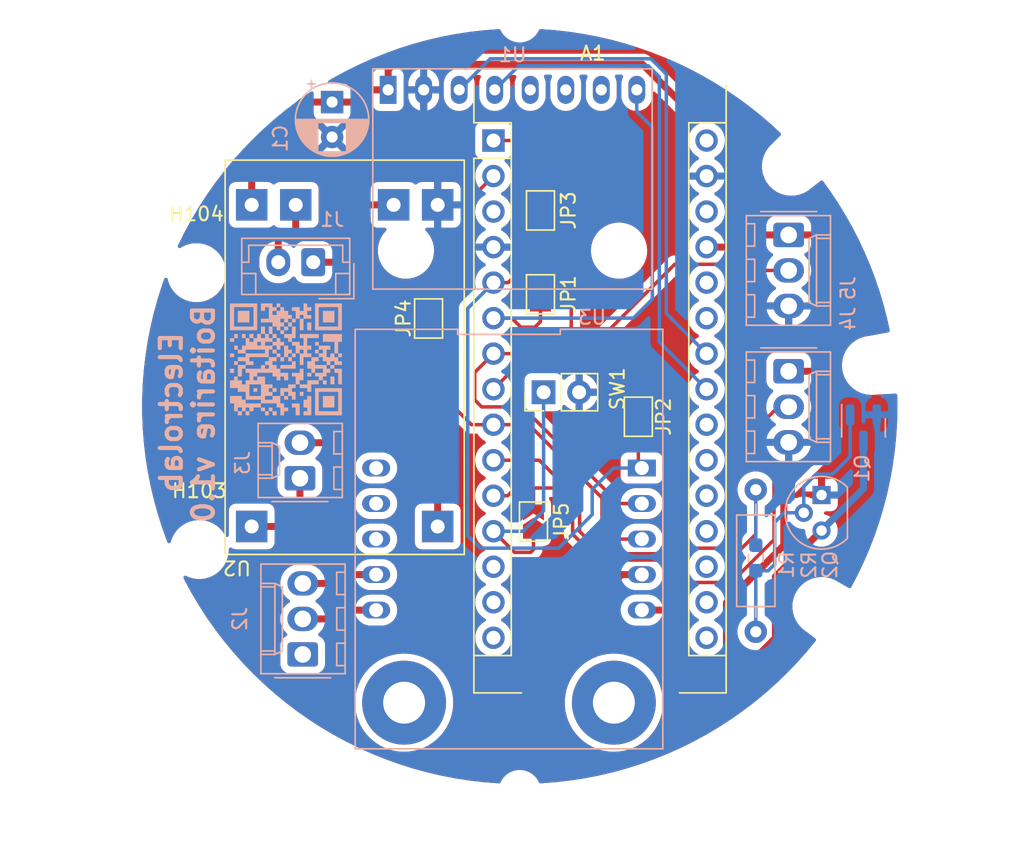
<source format=kicad_pcb>
(kicad_pcb (version 20210606) (generator pcbnew)

  (general
    (thickness 1.6)
  )

  (paper "A4")
  (layers
    (0 "F.Cu" signal)
    (31 "B.Cu" signal)
    (32 "B.Adhes" user "B.Adhesive")
    (33 "F.Adhes" user "F.Adhesive")
    (34 "B.Paste" user)
    (35 "F.Paste" user)
    (36 "B.SilkS" user "B.Silkscreen")
    (37 "F.SilkS" user "F.Silkscreen")
    (38 "B.Mask" user)
    (39 "F.Mask" user)
    (40 "Dwgs.User" user "User.Drawings")
    (41 "Cmts.User" user "User.Comments")
    (42 "Eco1.User" user "User.Eco1")
    (43 "Eco2.User" user "User.Eco2")
    (44 "Edge.Cuts" user)
    (45 "Margin" user)
    (46 "B.CrtYd" user "B.Courtyard")
    (47 "F.CrtYd" user "F.Courtyard")
    (48 "B.Fab" user)
    (49 "F.Fab" user)
    (50 "User.1" user)
    (51 "User.2" user)
    (52 "User.3" user)
    (53 "User.4" user)
    (54 "User.5" user)
    (55 "User.6" user)
    (56 "User.7" user)
    (57 "User.8" user)
    (58 "User.9" user)
  )

  (setup
    (stackup
      (layer "F.SilkS" (type "Top Silk Screen"))
      (layer "F.Paste" (type "Top Solder Paste"))
      (layer "F.Mask" (type "Top Solder Mask") (color "Green") (thickness 0.01))
      (layer "F.Cu" (type "copper") (thickness 0.035))
      (layer "dielectric 1" (type "core") (thickness 1.51) (material "FR4") (epsilon_r 4.5) (loss_tangent 0.02))
      (layer "B.Cu" (type "copper") (thickness 0.035))
      (layer "B.Mask" (type "Bottom Solder Mask") (color "Green") (thickness 0.01))
      (layer "B.Paste" (type "Bottom Solder Paste"))
      (layer "B.SilkS" (type "Bottom Silk Screen"))
      (copper_finish "None")
      (dielectric_constraints no)
    )
    (pad_to_mask_clearance 0)
    (pcbplotparams
      (layerselection 0x00010fc_ffffffff)
      (disableapertmacros false)
      (usegerberextensions false)
      (usegerberattributes true)
      (usegerberadvancedattributes true)
      (creategerberjobfile true)
      (svguseinch false)
      (svgprecision 6)
      (excludeedgelayer true)
      (plotframeref false)
      (viasonmask false)
      (mode 1)
      (useauxorigin false)
      (hpglpennumber 1)
      (hpglpenspeed 20)
      (hpglpendiameter 15.000000)
      (dxfpolygonmode true)
      (dxfimperialunits true)
      (dxfusepcbnewfont true)
      (psnegative false)
      (psa4output false)
      (plotreference true)
      (plotvalue true)
      (plotinvisibletext false)
      (sketchpadsonfab false)
      (subtractmaskfromsilk false)
      (outputformat 1)
      (mirror false)
      (drillshape 1)
      (scaleselection 1)
      (outputdirectory "")
    )
  )

  (net 0 "")
  (net 1 "Net-(A1-Pad1)")
  (net 2 "unconnected-(A1-Pad17)")
  (net 3 "Net-(A1-Pad2)")
  (net 4 "unconnected-(A1-Pad18)")
  (net 5 "unconnected-(A1-Pad3)")
  (net 6 "unconnected-(A1-Pad19)")
  (net 7 "GND")
  (net 8 "unconnected-(A1-Pad20)")
  (net 9 "/BUSY")
  (net 10 "unconnected-(A1-Pad21)")
  (net 11 "/INT")
  (net 12 "unconnected-(A1-Pad22)")
  (net 13 "/TX")
  (net 14 "/SDA")
  (net 15 "/CAP_SENSOR_2")
  (net 16 "/SCL")
  (net 17 "/RX")
  (net 18 "unconnected-(A1-Pad25)")
  (net 19 "/GND_AUDIO_SW")
  (net 20 "unconnected-(A1-Pad26)")
  (net 21 "/CAP_SENSOR_1")
  (net 22 "VCC")
  (net 23 "/SENSOR_POSITION")
  (net 24 "unconnected-(A1-Pad28)")
  (net 25 "unconnected-(A1-Pad13)")
  (net 26 "unconnected-(A1-Pad14)")
  (net 27 "unconnected-(A1-Pad30)")
  (net 28 "unconnected-(A1-Pad15)")
  (net 29 "unconnected-(A1-Pad16)")
  (net 30 "-BATT")
  (net 31 "+BATT")
  (net 32 "/SP-")
  (net 33 "/SP+")
  (net 34 "+5V")
  (net 35 "GNDPWR")
  (net 36 "/GND_AUDIO")
  (net 37 "unconnected-(U1-Pad5)")
  (net 38 "unconnected-(U1-Pad6)")
  (net 39 "unconnected-(U1-Pad7)")
  (net 40 "unconnected-(U3-Pad8)")
  (net 41 "unconnected-(U3-Pad9)")
  (net 42 "unconnected-(U3-Pad10)")
  (net 43 "unconnected-(U3-PadS1)")
  (net 44 "unconnected-(U3-PadS2)")
  (net 45 "Net-(Q1-Pad1)")
  (net 46 "unconnected-(J2-Pad1)")

  (footprint "boitarire_lib:HW-107" (layer "F.Cu") (at 151.5 65 180))

  (footprint "MountingHole:MountingHole_3.2mm_M3" (layer "F.Cu") (at 141.1 79))

  (footprint "Jumper:SolderJumper-2_P1.3mm_Open_TrianglePad1.0x1.5mm" (layer "F.Cu") (at 172.5 69.5 -90))

  (footprint "Jumper:SolderJumper-2_P1.3mm_Open_TrianglePad1.0x1.5mm" (layer "F.Cu") (at 165.5 60.75 90))

  (footprint "Jumper:SolderJumper-2_P1.3mm_Open_TrianglePad1.0x1.5mm" (layer "F.Cu") (at 165.5 54.75 90))

  (footprint "Jumper:SolderJumper-2_P1.3mm_Open_TrianglePad1.0x1.5mm" (layer "F.Cu") (at 165 77 90))

  (footprint "Jumper:SolderJumper-2_P1.3mm_Open_TrianglePad1.0x1.5mm" (layer "F.Cu") (at 157.5 62.475 90))

  (footprint "Connector_PinHeader_2.54mm:PinHeader_1x02_P2.54mm_Vertical" (layer "F.Cu") (at 165.725 67.75 90))

  (footprint "MountingHole:MountingHole_3.2mm_M3" (layer "F.Cu") (at 140.9 59.2))

  (footprint "Module:Arduino_Nano" (layer "F.Cu") (at 162.14 49.75))

  (footprint "boitarire_lib:GY-521" (layer "B.Cu") (at 163.5 46.125))

  (footprint "Connector_Molex:Molex_KK-254_AE-6410-03A_1x03_P2.54mm_Vertical" (layer "B.Cu") (at 183.25 66.25 -90))

  (footprint "Connector_Molex:Molex_KK-254_AE-6410-02A_1x02_P2.54mm_Vertical" (layer "B.Cu") (at 148.3 73.9 90))

  (footprint "Connector_JST:JST_EH_B2B-EH-A_1x02_P2.50mm_Vertical" (layer "B.Cu") (at 149.25 58.45 180))

  (footprint "Connector_Molex:Molex_KK-254_AE-6410-03A_1x03_P2.54mm_Vertical" (layer "B.Cu") (at 148.5 86.5 90))

  (footprint "Package_TO_SOT_THT:TO-92" (layer "B.Cu") (at 185.6 75.1 -90))

  (footprint "Resistor_SMD:R_0603_1608Metric_Pad0.98x0.95mm_HandSolder" (layer "B.Cu") (at 180.9 79.6 -90))

  (footprint "Connector_Molex:Molex_KK-254_AE-6410-03A_1x03_P2.54mm_Vertical" (layer "B.Cu") (at 183.25 56.5 -90))

  (footprint "Capacitor_THT:CP_Radial_D5.0mm_P2.50mm" (layer "B.Cu") (at 150.6 47 -90))

  (footprint "boitarire_lib:DFR0534" (layer "B.Cu") (at 163.25 78.25 -90))

  (footprint "Resistor_THT:R_Axial_DIN0207_L6.3mm_D2.5mm_P10.16mm_Horizontal" (layer "B.Cu") (at 180.9 74.72 -90))

  (footprint "Package_TO_SOT_SMD:SOT-23" (layer "B.Cu") (at 188.6 70.3 -90))

  (footprint "boitarire_lib:qr-code" (layer "B.Cu") (at 147.3 65.4 180))

  (gr_arc (start 164.0209 68.750001) (end 191.10244 63.852031) (angle -27.6648) (layer "Edge.Cuts") (width 0.00031) (tstamp 0771535b-5e86-4820-a6e9-12e0016d9075))
  (gr_arc (start 164.0209 68.750001) (end 187.854698 82.51045) (angle -33) (layer "Edge.Cuts") (width 0.00031) (tstamp 0c9379ea-c660-497b-a63d-914c7c3edee0))
  (gr_arc (start 164.0209 96.270901) (end 165.021494 96.252705) (angle -177.9162) (layer "Edge.Cuts") (width 0.00031) (tstamp 3224ca41-21c1-43e1-9fdd-31ee0670b277))
  (gr_line (start 189.254863 67.427547) (end 191.504071 67.309668) (layer "Edge.Cuts") (width 0.00031) (tstamp 36124aea-a0f0-4a18-a1d3-eb3d7aa0deea))
  (gr_arc (start 164.0209 68.750001) (end 163.020305 41.247297) (angle -175.8328) (layer "Edge.Cuts") (width 0.00031) (tstamp 395de218-b1e2-4bfb-a2b8-e4eaa5460b5a))
  (gr_line (start 187.854699 82.510451) (end 186.425114 81.685124) (layer "Edge.Cuts") (width 0.00031) (tstamp 396d5c09-c203-4f99-81ca-2ef2a4db8c95))
  (gr_arc (start 164.0209 41.229101) (end 163.020306 41.247301) (angle -177.9162) (layer "Edge.Cuts") (width 0.00031) (tstamp 42bb9491-1967-4af9-be51-e73edb8e701c))
  (gr_line (start 185.975873 85.344503) (end 184.659073 84.349147) (layer "Edge.Cuts") (width 0.00031) (tstamp 5315bde5-6382-4849-bdc8-6c92071d596d))
  (gr_arc (start 183.446151 51.589269) (end 182.313921 50.457039) (angle -172.9165) (layer "Edge.Cuts") (width 0.00031) (tstamp 6ec839df-198a-41d7-9889-ee4857330a6d))
  (gr_line (start 185.732388 51.838058) (end 184.430099 52.852429) (layer "Edge.Cuts") (width 0.00031) (tstamp 77c7fcbe-b62f-4cf2-88b4-ea755ad1d9e1))
  (gr_arc (start 189.170999 65.828523) (end 188.886018 64.252871) (angle -172.748) (layer "Edge.Cuts") (width 0.00031) (tstamp 82c68b7e-f877-4350-a173-5c449792fff7))
  (gr_arc (start 164.0209 68.750001) (end 183.481115 49.289786) (angle -42.9164) (layer "Edge.Cuts") (width 0.00031) (tstamp a4db611b-69a8-42c2-ae0d-0ec9a6aaee95))
  (gr_line (start 182.313892 50.457009) (end 183.481078 49.289823) (layer "Edge.Cuts") (width 0.00031) (tstamp bda276b9-5982-457c-b67e-1e157359b412))
  (gr_line (start 188.886083 64.252876) (end 191.102466 63.852012) (layer "Edge.Cuts") (width 0.00031) (tstamp c5770c9c-f953-4ae1-b872-33b9a0d2ae8d))
  (gr_arc (start 164.0209 68.750001) (end 165.021495 96.252705) (angle -50.8329) (layer "Edge.Cuts") (width 0.00031) (tstamp d5d2f683-6a06-4d29-ac46-041cfd766c19))
  (gr_arc (start 185.624506 83.071777) (end 186.425114 81.685083) (angle -172.916) (layer "Edge.Cuts") (width 0.00031) (tstamp fc114ddc-b8c4-4547-b7eb-a5e5101ba8a8))
  (gr_text "Electrolab" (at 139.1 69.2 90) (layer "B.SilkS") (tstamp 278fe4ee-820f-43c7-98d8-16da8c7b9a48)
    (effects (font (size 1.5 1.5) (thickness 0.3)) (justify mirror))
  )
  (gr_text "Boitarire v1.0" (at 141.4 69.3 -270) (layer "B.SilkS") (tstamp a0e2e1b1-52e3-4bf3-8b1e-c60b62b615be)
    (effects (font (size 1.5 1.5) (thickness 0.3)) (justify mirror))
  )

  (segment (start 165.5 51.1) (end 164.15 49.75) (width 0.25) (layer "F.Cu") (net 1) (tstamp 57c13a52-aaf8-4b76-89cf-06026b679688))
  (segment (start 164.15 49.75) (end 162.14 49.75) (width 0.25) (layer "F.Cu") (net 1) (tstamp 862f08b7-0f46-4efa-974d-f80c33dbca6e))
  (segment (start 165.5 54.025) (end 165.5 51.1) (width 0.25) (layer "F.Cu") (net 1) (tstamp c6c4a031-6182-4c64-aa66-a67993c43034))
  (segment (start 160.1 54.33) (end 162.14 52.29) (width 0.25) (layer "F.Cu") (net 3) (tstamp 0f2ccad9-e699-49f0-bc40-53277732aa90))
  (segment (start 157.5 60.5) (end 160.1 57.9) (width 0.25) (layer "F.Cu") (net 3) (tstamp 2cb29135-e8a2-4b08-89cd-2f31876aed39))
  (segment (start 160.1 57.9) (end 160.1 54.33) (width 0.25) (layer "F.Cu") (net 3) (tstamp 3b0d2cd4-97d6-46cf-a781-12347f18ee90))
  (segment (start 157.5 61.75) (end 157.5 60.5) (width 0.25) (layer "F.Cu") (net 3) (tstamp 779db477-d577-48ba-bd55-2178aefc5e16))
  (segment (start 165.5 60.025) (end 165.5 58.5) (width 0.25) (layer "F.Cu") (net 9) (tstamp 065dc92b-f004-45d3-b53b-e8064470db48))
  (segment (start 163.19 59.91) (end 162.14 59.91) (width 0.25) (layer "F.Cu") (net 9) (tstamp 55173f7a-6b9a-4877-8ad3-ce477d3a10c0))
  (segment (start 172.5 72.92) (end 172.75 73.17) (width 0.25) (layer "F.Cu") (net 9) (tstamp 56bb2100-e65f-4553-8203-d8025676d120))
  (segment (start 163.5 59.6) (end 163.19 59.91) (width 0.25) (layer "F.Cu") (net 9) (tstamp 7f7cde0e-ce6f-4ba5-a63d-3ab5aec6bd4d))
  (segment (start 165.2 58.2) (end 163.9 58.2) (width 0.25) (layer "F.Cu") (net 9) (tstamp b539e521-bf0e-4470-86bc-16ab0cbad67d))
  (segment (start 165.5 58.5) (end 165.2 58.2) (width 0.25) (layer "F.Cu") (net 9) (tstamp bb44fe3e-7dfd-40c7-833d-290d5ea38f62))
  (segment (start 172.5 70.225) (end 172.5 72.92) (width 0.25) (layer "F.Cu") (net 9) (tstamp ce784b1e-769e-4be0-a409-c0209f93f5a6))
  (segment (start 163.9 58.2) (end 163.5 58.6) (width 0.25) (layer "F.Cu") (net 9) (tstamp d7dd6b40-c6fd-4b1e-8cd2-f861de028501))
  (segment (start 163.5 58.6) (end 163.5 59.6) (width 0.25) (layer "F.Cu") (net 9) (tstamp e54a7c8d-de81-40ba-bb01-0b5c4918415c))
  (segment (start 170.73 73.17) (end 172.75 73.17) (width 0.25) (layer "B.Cu") (net 9) (tstamp 30136584-2238-4ce6-b094-44fc47af23ed))
  (segment (start 161.2 78.9) (end 166.8 78.9) (width 0.25) (layer "B.Cu") (net 9) (tstamp 4c00cbf0-5a6f-4edc-9543-4bc0bbf6b2b6))
  (segment (start 169.2 76.5) (end 169.2 74.7) (width 0.25) (layer "B.Cu") (net 9) (tstamp 4dca56f9-7a3b-456b-9865-8ec42cace1a4))
  (segment (start 166.8 78.9) (end 169.2 76.5) (width 0.25) (layer "B.Cu") (net 9) (tstamp a854b223-738f-43a7-a5c8-b5f750cf40fb))
  (segment (start 169.2 74.7) (end 170.73 73.17) (width 0.25) (layer "B.Cu") (net 9) (tstamp aa3ea5ee-bd3a-4241-ad25-5e288deb3d6b))
  (segment (start 162.14 59.91) (end 160.3 61.75) (width 0.25) (layer "B.Cu") (net 9) (tstamp affd43e6-fb37-4814-9c31-bb300f43db47))
  (segment (start 160.3 61.75) (end 160.3 78) (width 0.25) (layer "B.Cu") (net 9) (tstamp cd1d6fb9-8a88-4a01-a974-386780784198))
  (segment (start 160.3 78) (end 161.2 78.9) (width 0.25) (layer "B.Cu") (net 9) (tstamp da7c607e-81ba-4a73-9828-f8e1932f56b4))
  (segment (start 165.5 62.7) (end 165.1 63.1) (width 0.25) (layer "F.Cu") (net 11) (tstamp 1e012710-c1a4-46c8-b704-8008034fecb3))
  (segment (start 163.45 62.45) (end 162.14 62.45) (width 0.25) (layer "F.Cu") (net 11) (tstamp 441a1bfc-3a90-4db3-9ca2-acaf7910690f))
  (segment (start 165.5 61.475) (end 165.5 62.7) (width 0.25) (layer "F.Cu") (net 11) (tstamp 67f169d9-914d-44b4-af3c-6ffb85557a3e))
  (segment (start 164.1 63.1) (end 163.45 62.45) (width 0.25) (layer "F.Cu") (net 11) (tstamp 7b297671-5e54-4763-8cbe-ba1fa1d8edce))
  (segment (start 165.1 63.1) (end 164.1 63.1) (width 0.25) (layer "F.Cu") (net 11) (tstamp 966d2020-e145-4fd3-9d48-eef9fe6bd357))
  (segment (start 173.5 61.1) (end 172.15 62.45) (width 0.25) (layer "B.Cu") (net 11) (tstamp 59bd45b0-2f1a-4678-a8e3-b144573cc1fe))
  (segment (start 173.5 48.8) (end 173.5 61.1) (width 0.25) (layer "B.Cu") (net 11) (tstamp 74f11ede-740d-44cf-bdd0-4d01c7b27443))
  (segment (start 172.39 47.69) (end 173.5 48.8) (width 0.25) (layer "B.Cu") (net 11) (tstamp 94abd6fb-8b7e-424a-8aa7-b59a1d269419))
  (segment (start 172.39 46.125) (end 172.39 47.69) (width 0.25) (layer "B.Cu") (net 11) (tstamp c5f8351f-65d4-4e94-bd13-8476c83b8479))
  (segment (start 172.15 62.45) (end 162.14 62.45) (width 0.25) (layer "B.Cu") (net 11) (tstamp fd8ff827-d8ab-4f0a-a2db-0035a574ea84))
  (segment (start 165.81 64.99) (end 162.14 64.99) (width 0.25) (layer "F.Cu") (net 13) (tstamp 002ddc8a-2dcd-47e5-bac6-ff419e906c3e))
  (segment (start 171.11 75.71) (end 164.8 69.4) (width 0.25) (layer "F.Cu") (net 13) (tstamp 0b923e47-3f29-4ae2-ad00-3b5133888ac7))
  (segment (start 160.8 66.33) (end 162.14 64.99) (width 0.25) (layer "F.Cu") (net 13) (tstamp 44ccfd1f-92db-4ce3-b598-f9e3351efd52))
  (segment (start 163.6 69.4) (end 163 68.8) (width 0.25) (layer "F.Cu") (net 13) (tstamp 50197276-befb-42f2-aee9-c2976dee3403))
  (segment (start 160.8 68.3) (end 160.8 66.33) (width 0.25) (layer "F.Cu") (net 13) (tstamp 6225685e-6e15-467a-a511-23d66c1791d1))
  (segment (start 164.8 69.4) (end 163.6 69.4) (width 0.25) (layer "F.Cu") (net 13) (tstamp 63de9d62-9f65-43ed-80e5-d27a1bbe424c))
  (segment (start 165.5 57) (end 167.7 59.2) (width 0.25) (layer "F.Cu") (net 13) (tstamp 7b9f1bdf-6a0a-4ad3-b9a9-778178e42909))
  (segment (start 163 68.8) (end 161.3 68.8) (width 0.25) (layer "F.Cu") (net 13) (tstamp 897ed4dd-a862-47c0-ac0d-90daca1acab5))
  (segment (start 165.5 55.475) (end 165.5 57) (width 0.25) (layer "F.Cu") (net 13) (tstamp 99073820-8e6c-4f2a-a494-b1dc8444af55))
  (segment (start 167.7 63.1) (end 165.81 64.99) (width 0.25) (layer "F.Cu") (net 13) (tstamp a5f7530c-a571-47b6-84a2-d00dfb42af9c))
  (segment (start 167.7 59.2) (end 167.7 63.1) (width 0.25) (layer "F.Cu") (net 13) (tstamp a9baa2f4-4424-47a5-bfe3-feb292a13a74))
  (segment (start 172.75 75.71) (end 171.11 75.71) (width 0.25) (layer "F.Cu") (net 13) (tstamp d1b78b01-c3b5-45b8-8dc7-84fc09583e29))
  (segment (start 161.3 68.8) (end 160.8 68.3) (width 0.25) (layer "F.Cu") (net 13) (tstamp d818c73a-f3aa-46a4-857b-00eb8f0ef2a6))
  (segment (start 177.38 67.53) (end 174 64.15) (width 0.25) (layer "B.Cu") (net 14) (tstamp a367b837-9c05-48ef-9036-2c934e8deefd))
  (segment (start 174 64.15) (end 174 45.2) (width 0.25) (layer "B.Cu") (net 14) (tstamp ddad0104-21f0-4e29-85af-4414e34a82dd))
  (segment (start 174 45.2) (end 173.2 44.4) (width 0.25) (layer "B.Cu") (net 14) (tstamp e93177f5-2dce-43e7-a9f2-ec3a958e5ca0))
  (segment (start 163.955 44.4) (end 162.23 46.125) (width 0.25) (layer "B.Cu") (net 14) (tstamp ecdcc377-428c-4024-acaa-bf5f481f5e8e))
  (segment (start 173.2 44.4) (end 163.955 44.4) (width 0.25) (layer "B.Cu") (net 14) (tstamp f051b5f5-8497-4588-93d8-7244b316bcbf))
  (segment (start 179.94 59.04) (end 179.5 58.6) (width 0.25) (layer "F.Cu") (net 15) (tstamp 11814792-5227-45aa-8595-52e8591a2dec))
  (segment (start 175.1 58.6) (end 170.3 63.4) (width 0.25) (layer "F.Cu") (net 15) (tstamp 2b9124f1-50e7-438f-bebf-f19a0355456c))
  (segment (start 163.97 65.7) (end 162.14 67.53) (width 0.25) (layer "F.Cu") (net 15) (tstamp 31cdb422-7f8c-473d-b055-f5144bef0800))
  (segment (start 179.5 58.6) (end 175.1 58.6) (width 0.25) (layer "F.Cu") (net 15) (tstamp 3bf1cc53-7c7f-46c9-b819-78eaee2c4234))
  (segment (start 172.5 68.775) (end 172.5 66.3) (width 0.25) (layer "F.Cu") (net 15) (tstamp 42f6d15a-8720-469e-b170-0879acfa1f43))
  (segment (start 166.3 65.7) (end 163.97 65.7) (width 0.25) (layer "F.Cu") (net 15) (tstamp 51db83d9-f4cc-4a7d-8b90-61b2baf044ab))
  (segment (start 171.2 65) (end 170.3 65) (width 0.25) (layer "F.Cu") (net 15) (tstamp 54482451-9f5d-4900-978a-b7fb3b040d86))
  (segment (start 167 65) (end 166.3 65.7) (width 0.25) (layer "F.Cu") (net 15) (tstamp 6567149e-9f08-4e52-a43a-bf9df007c96d))
  (segment (start 170.3 63.4) (end 170.3 65) (width 0.25) (layer "F.Cu") (net 15) (tstamp a335e5bb-0b65-425c-b88b-69987733e1f7))
  (segment (start 172.5 66.3) (end 171.2 65) (width 0.25) (layer "F.Cu") (net 15) (tstamp c814891f-b5c3-42f6-a49b-71665c07e531))
  (segment (start 170.3 65) (end 167 65) (width 0.25) (layer "F.Cu") (net 15) (tstamp df12b927-051e-4d40-bcb4-58d42fc2f897))
  (segment (start 183.25 59.04) (end 179.94 59.04) (width 0.25) (layer "F.Cu") (net 15) (tstamp e74e96a4-5094-426c-9640-3a489662762e))
  (segment (start 174.5 45) (end 173.4 43.9) (width 0.25) (layer "B.Cu") (net 16) (tstamp 099b495b-eb72-4208-b491-c50c4f449fd0))
  (segment (start 173.4 43.9) (end 161.915 43.9) (width 0.25) (layer "B.Cu") (net 16) (tstamp b67a5d25-290a-4252-a9b7-e682b39b21e1))
  (segment (start 177.38 64.99) (end 174.5 62.11) (width 0.25) (layer "B.Cu") (net 16) (tstamp d9a2b80c-dc5f-4760-b55e-fe911d45dbf5))
  (segment (start 161.915 43.9) (end 159.69 46.125) (width 0.25) (layer "B.Cu") (net 16) (tstamp e8848ca5-e769-4140-a08b-05e6d9c77e7d))
  (segment (start 174.5 62.11) (end 174.5 45) (width 0.25) (layer "B.Cu") (net 16) (tstamp f4017f14-3c64-40a7-987f-82c58b56e986))
  (segment (start 160.57 70.07) (end 162.14 70.07) (width 0.25) (layer "F.Cu") (net 17) (tstamp 3e548c9f-29c6-4224-9b83-5da945fef1ef))
  (segment (start 164.67 70.07) (end 169.9 75.3) (width 0.25) (layer "F.Cu") (net 17) (tstamp 3f280ec0-d641-491d-907f-e39d66d6a684))
  (segment (start 157.5 67) (end 160.57 70.07) (width 0.25) (layer "F.Cu") (net 17) (tstamp 823843c5-18d9-4078-a62b-17ccfa0b3021))
  (segment (start 169.9 75.3) (end 169.9 77) (width 0.25) (layer "F.Cu") (net 17) (tstamp 8a71d9fd-00e9-4bfb-a527-4f74d07b573a))
  (segment (start 172.75 78.25) (end 171.15 78.25) (width 0.25) (layer "F.Cu") (net 17) (tstamp 96e7c6e6-5759-45b2-881e-59d86e2f90fb))
  (segment (start 162.14 70.07) (end 164.67 70.07) (width 0.25) (layer "F.Cu") (net 17) (tstamp be06cfd1-c42e-4a17-b753-c672dba54922))
  (segment (start 171.15 78.25) (end 169.9 77) (width 0.25) (layer "F.Cu") (net 17) (tstamp f232608d-a10c-4f4a-a340-b1becc13aa03))
  (segment (start 157.5 63.2) (end 157.5 67) (width 0.25) (layer "F.Cu") (net 17) (tstamp f6ad1a94-a957-4926-b263-b33a2228fc59))
  (segment (start 169.9 79.3) (end 174.9 79.3) (width 0.25) (layer "F.Cu") (net 19) (tstamp 0510ee0c-9be4-4f58-a22c-840098bdf9bd))
  (segment (start 168.3 75.5) (end 168.3 77.7) (width 0.25) (layer "F.Cu") (net 19) (tstamp 1f480e97-79fd-43e6-b991-9f31b262102a))
  (segment (start 165.41 72.61) (end 168.3 75.5) (width 0.25) (layer "F.Cu") (net 19) (tstamp 30439de0-b93d-469e-94ad-e034831fa7a6))
  (segment (start 179.9 78.9) (end 180.9 77.9) (width 0.25) (layer "F.Cu") (net 19) (tstamp 8a3fb9ea-877b-4e3e-abd2-28092dfdc050))
  (segment (start 179.02 78.9) (end 179 78.9) (width 0.25) (layer "F.Cu") (net 19) (tstamp 8b396bb1-810d-4afa-b3c7-842b200d101e))
  (segment (start 180.9 77.9) (end 180.9 74.72) (width 0.25) (layer "F.Cu") (net 19) (tstamp 90b63b83-733c-4c9e-ad70-a8fc2dad650d))
  (segment (start 175.3 78.9) (end 179.02 78.9) (width 0.25) (layer "F.Cu") (net 19) (tstamp c1073856-0b9e-4b90-b70a-1714525486a7))
  (segment (start 174.9 79.3) (end 175.3 78.9) (width 0.25) (layer "F.Cu") (net 19) (tstamp cdce4433-b137-4343-8add-70cb8bc1c25f))
  (segment (start 168.3 77.7) (end 169.9 79.3) (width 0.25) (layer "F.Cu") (net 19) (tstamp d8018cef-db9e-4d1a-a9bb-129bb542e9ce))
  (segment (start 179.02 78.9) (end 179.9 78.9) (width 0.25) (layer "F.Cu") (net 19) (tstamp e037f1f2-7242-45fd-b0d6-4a47d5ec9ca7))
  (segment (start 162.14 72.61) (end 165.41 72.61) (width 0.25) (layer "F.Cu") (net 19) (tstamp e1f5b0f2-1c24-49c3-b6e0-5d2e7450145b))
  (segment (start 180.9 74.72) (end 180.9 78.6875) (width 0.25) (layer "B.Cu") (net 19) (tstamp 6f4acf13-a926-4655-a0a9-1562ec2e41e3))
  (segment (start 167.8 77.9) (end 169.64952 79.74952) (width 0.25) (layer "F.Cu") (net 21) (tstamp 01c54785-c88a-4d3a-acc5-7b71d5ad9ad0))
  (segment (start 163.7 74.6) (end 163.15 75.15) (width 0.25) (layer "F.Cu") (net 21) (tstamp 074c7175-bdd2-4fa4-8e32-7a779c5241f1))
  (segment (start 163.15 75.15) (end 162.14 75.15) (width 0.25) (layer "F.Cu") (net 21) (tstamp 12ccf950-5492-4193-a0eb-957dc51d0514))
  (segment (start 182.2 78.3) (end 182.2 73.1) (width 0.25) (layer "F.Cu") (net 21) (tstamp 2925ec92-c9a8-40d4-b59a-bacd88929ae4))
  (segment (start 174.14952 79.74952) (end 175.754511 81.354511) (width 0.25) (layer "F.Cu") (net 21) (tstamp 560c5d40-8bbc-465f-ae30-3382b1dcfcbf))
  (segment (start 165 76.275) (end 165 74.6) (width 0.25) (layer "F.Cu") (net 21) (tstamp 61b9e027-c8eb-4fd3-8438-975a5c4ae50c))
  (segment (start 175.754511 81.354511) (end 179.145489 81.354511) (width 0.25) (layer "F.Cu") (net 21) (tstamp 6c28ef58-79e0-4e63-a960-53df85c3198b))
  (segment (start 182.51 68.79) (end 183.25 68.79) (width 0.25) (layer "F.Cu") (net 21) (tstamp 6e77c217-c11c-4a97-ac0f-5725779db20c))
  (segment (start 165 74.6) (end 163.7 74.6) (width 0.25) (layer "F.Cu") (net 21) (tstamp 86f53970-0266-4ff5-8ff3-f159d26b5bc0))
  (segment (start 182.2 73.1) (end 181.3 72.2) (width 0.25) (layer "F.Cu") (net 21) (tstamp 88a4e490-b8a5-41e9-8c0b-df994388ad12))
  (segment (start 179.145489 81.354511) (end 182.2 78.3) (width 0.25) (layer "F.Cu") (net 21) (tstamp 90515f17-ce45-4f1e-bc5c-dd5955bbb0cd))
  (segment (start 169.64952 79.74952) (end 174.14952 79.74952) (width 0.25) (layer "F.Cu") (net 21) (tstamp 9131d637-edf7-4ae3-9682-7d62de9906d9))
  (segment (start 181.3 70) (end 182.51 68.79) (width 0.25) (layer "F.Cu") (net 21) (tstamp 99d0fa3e-9007-4a5f-b1a0-347fb43e1b03))
  (segment (start 167.8 75.7) (end 167.8 77.9) (width 0.25) (layer "F.Cu") (net 21) (tstamp b4d84806-bf4f-4214-acfa-f91a70f8fc92))
  (segment (start 181.3 72.2) (end 181.3 70) (width 0.25) (layer "F.Cu") (net 21) (tstamp d24b992e-e4b5-492e-bcad-187e00b28893))
  (segment (start 165 74.6) (end 166.7 74.6) (width 0.25) (layer "F.Cu") (net 21) (tstamp da0d521f-9b8b-41ed-9dc0-981d541d74e4))
  (segment (start 166.7 74.6) (end 167.8 75.7) (width 0.25) (layer "F.Cu") (net 21) (tstamp fd96db98-dbc8-4c29-a9b9-9d7b25386653))
  (segment (start 177.38 57.37) (end 179.63 57.37) (width 0.5) (layer "F.Cu") (net 22) (tstamp 078d9f8d-5bb9-4da5-85a3-5b0087e021c4))
  (segment (start 183.25 56.5) (end 184.9 56.5) (width 0.5) (layer "F.Cu") (net 22) (tstamp 0c1d1e76-0583-44ab-ab6e-ca3773c88dd5))
  (segment (start 148.4 47) (end 150.6 47) (width 0.5) (layer "F.Cu") (net 22) (tstamp 14d21781-cda9-4134-a09f-fff4c2ad7709))
  (segment (start 175.2 84) (end 174.53 83.33) (width 0.5) (layer "F.Cu") (net 22) (tstamp 19690c36-2532-4376-a550-b39530d57476))
  (segment (start 154.61 46.125) (end 154.61 44.69) (width 0.5) (layer "F.Cu") (net 22) (tstamp 1c53abaf-6d77-4fec-9316-5fe65e1c0361))
  (segment (start 178.8 82.8) (end 178.8 86.8) (width 0.5) (layer "F.Cu") (net 22) (tstamp 1f2cdafa-cf71-4bee-81c2-f767786daf9e))
  (segment (start 152.875 46.125) (end 154.61 46.125) (width 0.5) (layer "F.Cu") (net 22) (tstamp 24e997ae-49bd-4c23-b983-b76e46035414))
  (segment (start 144.85 50.55) (end 148.4 47) (width 0.5) (layer "F.Cu") (net 22) (tstamp 25423017-08bf-4449-8c44-0e6e2490b172))
  (segment (start 179.5 54.1) (end 180.5 55.1) (width 0.5) (layer "F.Cu") (net 22) (tstamp 26a139ca-2957-46ff-b7fe-177b77b1322b))
  (segment (start 178.2 87.4) (end 176.5 87.4) (width 0.5) (layer "F.Cu") (net 22) (tstamp 2bc89032-06bb-4114-b42f-6557618de968))
  (segment (start 179.5 49.5) (end 179.5 54.1) (width 0.5) (layer "F.Cu") (net 22) (tstamp 2eda8fb5-2b85-439d-94f9-d958e0bbe5e3))
  (segment (start 174.53 83.33) (end 172.75 83.33) (width 0.5) (layer "F.Cu") (net 22) (tstamp 3308e17e-7b0b-4957-a284-5fbb831c9781))
  (segment (start 183.25 66.25) (end 185.45 66.25) (width 0.5) (layer "F.Cu") (net 22) (tstamp 44828453-df7b-4c08-8fad-ab071dfe78f2))
  (segment (start 178.8 86.8) (end 178.2 87.4) (width 0.5) (layer "F.Cu") (net 22) (tstamp 55df0817-0f6a-400c-9bad-d1865d12c54a))
  (segment (start 176.5 87.4) (end 175.2 86.1) (width 0.5) (layer "F.Cu") (net 22) (tstamp 824d149f-6da8-48d3-a86b-1e504e24a936))
  (segment (start 154.61 44.69) (end 155 44.3) (width 0.5) (layer "F.Cu") (net 22) (tstamp 86648bd8-d3dd-41b4-9e84-913284fa0dab))
  (segment (start 185.5 72.1) (end 183.95 73.65) (width 0.5) (layer "F.Cu") (net 22) (tstamp 8bffa156-b7da-4e4c-b5f9-db16a061be37))
  (segment (start 150.6 47) (end 152 47) (width 0.5) (layer "F.Cu") (net 22) (tstamp 98a3caaf-37a8-430e-8bbf-03708445bc6f))
  (segment (start 184.9 56.5) (end 185.5 57.1) (width 0.5) (layer "F.Cu") (net 22) (tstamp a0e44335-c1cd-4cbe-9b44-525257e4eced))
  (segment (start 176 47.5) (end 177.5 47.5) (width 0.5) (layer "F.Cu") (net 22) (tstamp ab5d2910-460c-4470-ae34-20e4af3638c3))
  (segment (start 155 44.3) (end 172.8 44.3) (width 0.5) (layer "F.Cu") (net 22) (tstamp ae1bd434-e0d7-40c7-894b-1b29c593518c))
  (segment (start 179.3 82.3) (end 178.8 82.8) (width 0.5) (layer "F.Cu") (net 22) (tstamp af6428bc-ac09-4e30-bba4-d8b500b7a741))
  (segment (start 144.85 54.35) (end 144.85 50.55) (width 0.5) (layer "F.Cu") (net 22) (tstamp b2f4b903-d489-4e44-a304-4fd86610e80a))
  (segment (start 182.9 74.7) (end 182.9 78.7) (width 0.5) (layer "F.Cu") (net 22) (tstamp bca6c8ce-edfd-44f8-b029-e875b33b6d85))
  (segment (start 172.8 44.3) (end 176 47.5) (width 0.5) (layer "F.Cu") (net 22) (tstamp bf8e6fb6-dd08-472d-a9d0-756e97fc5f63))
  (segment (start 152 47) (end 152.875 46.125) (width 0.5) (layer "F.Cu") (net 22) (tstamp c94c57c9-0911-4583-9e5f-c2c85028060b))
  (segment (start 182.9 78.7) (end 179.3 82.3) (width 0.5) (layer "F.Cu") (net 22) (tstamp cf8ff3b2-4c1d-40c9-9ccc-d09a288bc483))
  (segment (start 175.2 86.1) (end 175.2 84) (width 0.5) (layer "F.Cu") (net 22) (tstamp d5881b4d-6aac-4ef2-b471-24941ec2dbef))
  (segment (start 180.5 56.5) (end 183.25 56.5) (width 0.5) (layer "F.Cu") (net 22) (tstamp d801af6b-dc11-4f18-a53b-73a7e7511827))
  (segment (start 185.5 66.2) (end 185.5 72.1) (width 0.5) (layer "F.Cu") (net 22) (tstamp dd95a381-08c0-4039-be96-3ddf0cfb213c))
  (segment (start 179.63 57.37) (end 180.5 56.5) (width 0.5) (layer "F.Cu") (net 22) (tstamp dddf2b9f-a002-4bd4-a01b-0ca247bd255e))
  (segment (start 183.95 73.65) (end 182.9 74.7) (width 0.5) (layer "F.Cu") (net 22) (tstamp e3e55455-a785-4cf7-a634-941926e3635f))
  (segment (start 185.45 66.25) (end 185.5 66.2) (width 0.5) (layer "F.Cu") (net 22) (tstamp e88e6e8b-387b-4c93-9fb7-d3923d993f48))
  (segment (start 180.5 55.1) (end 180.5 56.5) (width 0.5) (layer "F.Cu") (net 22) (tstamp f0687548-14dd-41e3-bb9d-4c7f2a93301d))
  (segment (start 177.5 47.5) (end 179.5 49.5) (width 0.5) (layer "F.Cu") (net 22) (tstamp f4d3319b-a6ae-4aa8-9f40-b64915c0450a))
  (segment (start 185.5 57.1) (end 185.5 66.2) (width 0.5) (layer "F.Cu") (net 22) (tstamp f93b5f6c-0a34-4b7a-b137-62ad1d9a7449))
  (segment (start 165 77.725) (end 165 79) (width 0.25) (layer "F.Cu") (net 23) (tstamp 47197d15-ab99-495e-ab32-c75bcd47bef5))
  (segment (start 164.8 79.2) (end 163.65 79.2) (width 0.25) (layer "F.Cu") (net 23) (tstamp 5e320c37-0e6a-4e9d-b089-0db049b98275))
  (segment (start 165 79) (end 164.8 79.2) (width 0.25) (layer "F.Cu") (net 23) (tstamp 66abaf3c-c04b-40a0-9c52-768c910d489e))
  (segment (start 163.65 79.2) (end 162.14 77.69) (width 0.25) (layer "F.Cu") (net 23) (tstamp e85e6118-5fac-416d-8594-66a60d0b0fd2))
  (segment (start 165.725 67.75) (end 165.725 76.225) (width 0.25) (layer "B.Cu") (net 23) (tstamp 47a5eb30-410b-43c4-9345-f5fc55c41cda))
  (segment (start 165.725 76.225) (end 164.26 77.69) (width 0.25) (layer "B.Cu") (net 23) (tstamp 5dc10f71-8f03-4772-97f1-7e485fc7dd90))
  (segment (start 164.26 77.69) (end 162.14 77.69) (width 0.25) (layer "B.Cu") (net 23) (tstamp b12a44a6-9e67-4864-a910-03bbfc697bad))
  (segment (start 152 55.25) (end 152.9 54.35) (width 0.5) (layer "F.Cu") (net 30) (tstamp 3305a80e-a4bf-4056-bc79-3e2bc38b369c))
  (segment (start 151.05 58.45) (end 152 57.5) (width 0.5) (layer "F.Cu") (net 30) (tstamp 3d375ff2-e0a6-4945-8542-d4826a73ff2c))
  (segment (start 152 57.5) (end 152 55.25) (width 0.5) (layer "F.Cu") (net 30) (tstamp ba84bd55-cdfe-4036-be9d-510986c16111))
  (segment (start 149.25 58.45) (end 151.05 58.45) (width 0.5) (layer "F.Cu") (net 30) (tstamp d079615e-89b7-48f9-8591-ebbec5435e49))
  (segment (start 152.9 54.35) (end 155 54.35) (width 0.5) (layer "F.Cu") (net 30) (tstamp ef5ffc1f-619a-474f-937a-3dbd8f8577d3))
  (segment (start 147.75 56.5) (end 147 56.5) (width 0.5) (layer "F.Cu") (net 31) (tstamp 10432fa2-2abd-44c7-a675-49a425a1caa0))
  (segment (start 146.75 56.75) (end 146.75 58.45) (width 0.5) (layer "F.Cu") (net 31) (tstamp 43ae0c46-b51f-4835-bb3e-be7b0fb465bc))
  (segment (start 148 56.25) (end 147.75 56.5) (width 0.5) (layer "F.Cu") (net 31) (tstamp 491df80a-a69f-48e8-8c6a-67d9129f61e6))
  (segment (start 147 56.5) (end 146.75 56.75) (width 0.5) (layer "F.Cu") (net 31) (tstamp cb1b24e7-bd2a-4889-9d2f-3ff6b0e9718f))
  (segment (start 148 54.35) (end 148 56.25) (width 0.5) (layer "F.Cu") (net 31) (tstamp f0058139-692f-48f4-abbe-8fb26cf7fe3b))
  (segment (start 151.04 83.96) (end 151.67 83.33) (width 0.5) (layer "F.Cu") (net 32) (tstamp 171a1ed9-3250-4922-b450-2e47366ab09e))
  (segment (start 148.5 83.96) (end 148.5 83.75) (width 0.5) (layer "F.Cu") (net 32) (tstamp 28e8f296-13eb-41cd-b56d-37a672c4682e))
  (segment (start 148.5 83.96) (end 151.04 83.96) (width 0.5) (layer "F.Cu") (net 32) (tstamp 6f7589e5-6d38-47bd-95c8-1c9aceb51533))
  (segment (start 151.67 83.33) (end 153.75 83.33) (width 0.5) (layer "F.Cu") (net 32) (tstamp 96b3b7fd-9c6a-4896-902c-ccd8d3c40899))
  (segment (start 153.75 80.79) (end 151.71 80.79) (width 0.5) (layer "F.Cu") (net 33) (tstamp 10974255-0d42-4922-8f75-1b6ff45fc360))
  (segment (start 151.08 81.42) (end 148.5 81.42) (width 0.5) (layer "F.Cu") (net 33) (tstamp 110eef9e-bb74-466d-99ab-06772e23af56))
  (segment (start 151.71 80.79) (end 151.08 81.42) (width 0.5) (layer "F.Cu") (net 33) (tstamp f8c9b8dc-2578-4010-b921-197d9010f763))
  (segment (start 147.45 77.35) (end 148.3 76.5) (width 0.5) (layer "F.Cu") (net 34) (tstamp 0d0ed9d8-5fc5-4aed-ac7b-8edea5bb8142))
  (segment (start 148.3 76.5) (end 148.3 73.9) (width 0.5) (layer "F.Cu") (net 34) (tstamp 2ea57edc-650e-4372-a12a-cc6e5b353be0))
  (segment (start 144.85 77.35) (end 147.45 77.35) (width 0.5) (layer "F.Cu") (net 34) (tstamp a86c37ec-4ca4-41b6-ac9e-c623b6a3a20f))
  (segment (start 156.36 71.36) (end 158.15 73.15) (width 0.5) (layer "F.Cu") (net 35) (tstamp 3dd33237-15a7-4e71-bda5-6f59758802a3))
  (segment (start 148.3 71.36) (end 156.36 71.36) (width 0.5) (layer "F.Cu") (net 35) (tstamp a88137c1-5d83-4368-b924-22a30964ee9f))
  (segment (start 158.15 73.15) (end 158.15 77.35) (width 0.5) (layer "F.Cu") (net 35) (tstamp f51d24ea-5c28-466c-acd1-f9e1c33b8c98))
  (segment (start 179.329277 88.3) (end 182.3 85.329277) (width 0.5) (layer "F.Cu") (net 36) (tstamp 14ab5e80-1a9c-4ea3-99a7-1d25d5ce4e4e))
  (segment (start 182.3 85.329277) (end 182.3 80.94) (width 0.5) (layer "F.Cu") (net 36) (tstamp 1f6ba1a9-cb33-47ec-b32f-056fc27f2c05))
  (segment (start 170.5 81.6) (end 170.5 83.8) (width 0.5) (layer "F.Cu") (net 36) (tstamp 2adf69a4-ab59-459d-a1a7-684462dfd9c6))
  (segment (start 170.5 83.8) (end 175 88.3) (width 0.5) (layer "F.Cu") (net 36) (tstamp 30ab8c6f-efb4-41c4-802a-e0f924841f04))
  (segment (start 172.75 80.79) (end 171.31 80.79) (width 0.5) (layer "F.Cu") (net 36) (tstamp 5cbb6758-1d55-4374-85c4-ba976670c94f))
  (segment (start 182.3 80.94) (end 185.6 77.64) (width 0.5) (layer "F.Cu") (net 36) (tstamp 8fb08ddc-a4b3-41c9-b24b-e388aa20330f))
  (segment (start 171.31 80.79) (end 170.5 81.6) (width 0.5) (layer "F.Cu") (net 36) (tstamp ca3e151c-ab17-4a2a-a1d5-5db171c138f5))
  (segment (start 175 88.3) (end 179.329277 88.3) (width 0.5) (layer "F.Cu") (net 36) (tstamp d763e28e-ed0a-4952-85ea-1138bd4ca932))
  (segment (start 185.6 77.64) (end 188.6 74.64) (width 0.5) (layer "B.Cu") (net 36) (tstamp 60c506c8-fdbf-4775-a65c-d7bae34c7270))
  (segment (start 188.6 74.64) (end 188.6 71.2375) (width 0.5) (layer "B.Cu") (net 36) (tstamp f97f9f4d-0d56-4119-944d-dbff27d3652f))
  (segment (start 184.33 74.48588) (end 185.21588 73.6) (width 0.25) (layer "B.Cu") (net 45) (tstamp 11538c91-0bbd-4182-b0bb-3646f8c393c5))
  (segment (start 186.4 73.6) (end 187.65 72.35) (width 0.25) (layer "B.Cu") (net 45) (tstamp 1367231d-b6b2-451e-bbbe-83a82d85c13c))
  (segment (start 185.21588 73.6) (end 186.4 73.6) (width 0.25) (layer "B.Cu") (net 45) (tstamp 19a47d36-4bda-4a9b-bd47-65900701d211))
  (segment (start 182.93 76.37) (end 182.25 77.05) (width 0.25) (layer "B.Cu") (net 45) (tstamp 3c418c49-dc7f-46ee-8f71-9b4d2449b85d))
  (segment (start 184.33 76.37) (end 182.93 76.37) (width 0.25) (layer "B.Cu") (net 45) (tstamp 458b555f-1fa9-4131-97cf-71021fce8637))
  (segment (start 180.9 82.5) (end 180.9 84.88) (width 0.25) (layer "B.Cu") (net 45) (tstamp 4e4579cf-c027-4b94-9789-1c0cca1b624e))
  (segment (start 184.33 76.37) (end 184.33 74.48588) (width 0.25) (layer "B.Cu") (net 45) (tstamp 5b98ae13-a077-4310-84b9-241c6b246e4c))
  (segment (start 180.9 80.5125) (end 180.9 82.5) (width 0.25) (layer "B.Cu") (net 45) (tstamp 5ea85c30-ca66-4995-93b2-c1b2545b1f97))
  (segment (start 182.25 80.05) (end 181.7875 80.5125) (width 0.25) (layer "B.Cu") (net 45) (tstamp 83488068-8df0-4b94-8759-86518394d6e6))
  (segment (start 182.25 77.05) (end 182.25 80.05) (width 0.25) (layer "B.Cu") (net 45) (tstamp a8c7029f-5495-49e0-8989-b11a9680a54b))
  (segment (start 187.65 72.35) (end 187.65 69.3625) (width 0.25) (layer "B.Cu") (net 45) (tstamp d60102ca-69f5-447d-b4ce-03d4fd0c9607))
  (segment (start 181.7875 80.5125) (end 180.9 80.5125) (width 0.25) (layer "B.Cu") (net 45) (tstamp fcb988a3-8c61-48ac-846a-6cc67ccf7605))

  (zone (net 7) (net_name "GND") (layers F&B.Cu) (tstamp ceaa5c83-8f08-4578-a67d-b0ca504b6221) (hatch edge 0.508)
    (priority 50)
    (connect_pads (clearance 0.508))
    (min_thickness 0.254) (filled_areas_thickness no)
    (fill yes (thermal_gap 0.508) (thermal_bridge_width 0.508))
    (polygon
      (pts
        (xy 200.1 100)
        (xy 130 100)
        (xy 130 40)
        (xy 200 39.7)
      )
    )
    (filled_polygon
      (layer "F.Cu")
      (pts
        (xy 165.514894 41.783583)
        (xy 166.447508 41.852551)
        (xy 166.514376 41.857496)
        (xy 166.519074 41.857932)
        (xy 167.519568 41.969718)
        (xy 167.524247 41.97033)
        (xy 168.022038 42.044913)
        (xy 168.519834 42.119496)
        (xy 168.524476 42.12028)
        (xy 168.733133 42.159581)
        (xy 169.513803 42.306623)
        (xy 169.518423 42.307583)
        (xy 170.500082 42.530839)
        (xy 170.504663 42.531972)
        (xy 171.034508 42.673532)
        (xy 171.477259 42.791823)
        (xy 171.481764 42.793118)
        (xy 172.443987 43.089216)
        (xy 172.448431 43.090676)
        (xy 173.372378 43.413335)
        (xy 173.398877 43.422589)
        (xy 173.403302 43.424228)
        (xy 174.340615 43.791481)
        (xy 174.344976 43.793284)
        (xy 175.267911 44.195389)
        (xy 175.2722 44.197354)
        (xy 176.179419 44.633727)
        (xy 176.183633 44.635852)
        (xy 177.073875 45.105888)
        (xy 177.078005 45.108169)
        (xy 177.950031 45.611212)
        (xy 177.954061 45.613638)
        (xy 178.335082 45.852885)
        (xy 178.806654 46.14899)
        (xy 178.810602 46.151574)
        (xy 179.642508 46.718442)
        (xy 179.646355 46.721169)
        (xy 180.188281 47.120956)
        (xy 180.456494 47.318821)
        (xy 180.460238 47.321693)
        (xy 181.247408 47.94924)
        (xy 181.251042 47.95225)
        (xy 181.662622 48.306369)
        (xy 181.953982 48.557051)
        (xy 182.014166 48.608833)
        (xy 182.017675 48.611968)
        (xy 182.659857 49.207764)
        (xy 182.69619 49.268758)
        (xy 182.693781 49.339713)
        (xy 182.663254 49.389227)
        (xy 182.00406 50.048421)
        (xy 181.995461 50.055292)
        (xy 181.995862 50.055764)
        (xy 181.989031 50.061578)
        (xy 181.981435 50.06637)
        (xy 181.975491 50.0731)
        (xy 181.97549 50.073101)
        (xy 181.966695 50.083059)
        (xy 181.952431 50.095549)
        (xy 181.951175 50.094293)
        (xy 181.837281 50.217612)
        (xy 181.640575 50.489359)
        (xy 181.608809 50.55225)
        (xy 181.5042 50.759358)
        (xy 181.489329 50.788799)
        (xy 181.487808 50.793565)
        (xy 181.487807 50.793568)
        (xy 181.440141 50.942949)
        (xy 181.38735 51.108392)
        (xy 181.386602 51.113339)
        (xy 181.386601 51.113344)
        (xy 181.34106 51.414594)
        (xy 181.337205 51.440093)
        (xy 181.340158 51.775548)
        (xy 181.396134 52.106315)
        (xy 181.503724 52.424063)
        (xy 181.506058 52.428489)
        (xy 181.50606 52.428493)
        (xy 181.650965 52.70325)
        (xy 181.660218 52.720794)
        (xy 181.663224 52.724797)
        (xy 181.663225 52.724798)
        (xy 181.83655 52.955579)
        (xy 181.861677 52.989036)
        (xy 181.865276 52.99251)
        (xy 181.86528 52.992515)
        (xy 181.956243 53.08033)
        (xy 182.103029 53.222036)
        (xy 182.107128 53.224894)
        (xy 182.107131 53.224897)
        (xy 182.374085 53.411061)
        (xy 182.37409 53.411064)
        (xy 182.378197 53.413928)
        (xy 182.382711 53.416109)
        (xy 182.675744 53.557701)
        (xy 182.675752 53.557704)
        (xy 182.680253 53.559879)
        (xy 182.685041 53.561314)
        (xy 182.685045 53.561316)
        (xy 182.9968 53.65478)
        (xy 182.996804 53.654781)
        (xy 183.001591 53.656216)
        (xy 183.1415 53.674854)
        (xy 183.329166 53.699854)
        (xy 183.329172 53.699854)
        (xy 183.334124 53.700514)
        (xy 183.339124 53.700382)
        (xy 183.339126 53.700382)
        (xy 183.462168 53.697132)
        (xy 183.669476 53.691656)
        (xy 183.674394 53.690734)
        (xy 183.674398 53.690734)
        (xy 183.860824 53.655798)
        (xy 183.999205 53.629866)
        (xy 184.06932 53.604741)
        (xy 184.310295 53.51839)
        (xy 184.3103 53.518388)
        (xy 184.31501 53.5167)
        (xy 184.477116 53.427524)
        (xy 184.605652 53.356815)
        (xy 184.605655 53.356813)
        (xy 184.60894 53.355006)
        (xy 184.745363 53.257188)
        (xy 184.744734 53.25638)
        (xy 184.750156 53.251878)
        (xy 184.757806 53.247181)
        (xy 184.769141 53.234658)
        (xy 184.785122 53.219817)
        (xy 184.815303 53.196309)
        (xy 185.213872 52.885858)
        (xy 185.53278 52.637456)
        (xy 185.598813 52.611376)
        (xy 185.668463 52.625136)
        (xy 185.712416 52.663176)
        (xy 185.779204 52.755819)
        (xy 186.217357 53.363592)
        (xy 186.220023 53.367438)
        (xy 186.473137 53.747535)
        (xy 186.753626 54.168741)
        (xy 186.773404 54.198442)
        (xy 186.775919 54.202376)
        (xy 187.282222 55.027543)
        (xy 187.298061 55.053357)
        (xy 187.30043 55.057385)
        (xy 187.781349 55.910728)
        (xy 187.790595 55.927135)
        (xy 187.792813 55.931247)
        (xy 188.218074 56.756016)
        (xy 188.250357 56.818627)
        (xy 188.252423 56.822824)
        (xy 188.25502 56.828354)
        (xy 188.676704 57.726589)
        (xy 188.678613 57.730861)
        (xy 189.069024 58.649717)
        (xy 189.070773 58.654055)
        (xy 189.297767 59.248741)
        (xy 189.426813 59.586822)
        (xy 189.428399 59.591222)
        (xy 189.746797 60.52844)
        (xy 189.749542 60.536521)
        (xy 189.750962 60.54097)
        (xy 189.882315 60.980579)
        (xy 190.036792 61.497579)
        (xy 190.038048 61.502087)
        (xy 190.288155 62.468636)
        (xy 190.289243 62.473187)
        (xy 190.357783 62.785448)
        (xy 190.474112 63.315434)
        (xy 190.474362 63.316574)
        (xy 190.46943 63.387399)
        (xy 190.426989 63.444314)
        (xy 190.373719 63.467574)
        (xy 188.852613 63.742687)
        (xy 188.829423 63.744697)
        (xy 188.816396 63.744617)
        (xy 188.80777 63.747082)
        (xy 188.798872 63.748301)
        (xy 188.798813 63.747868)
        (xy 188.794776 63.748401)
        (xy 188.794715 63.748062)
        (xy 188.790855 63.748919)
        (xy 188.790851 63.74892)
        (xy 188.712438 63.76634)
        (xy 188.631003 63.784431)
        (xy 188.627461 63.785674)
        (xy 188.627459 63.785675)
        (xy 188.509343 63.82714)
        (xy 188.31478 63.895443)
        (xy 188.310384 63.897823)
        (xy 188.310385 63.897823)
        (xy 188.024471 64.052648)
        (xy 188.024468 64.05265)
        (xy 188.020071 64.055031)
        (xy 188.016105 64.058078)
        (xy 188.016104 64.058078)
        (xy 187.778608 64.2405)
        (xy 187.754284 64.259183)
        (xy 187.750848 64.262819)
        (xy 187.652838 64.366535)
        (xy 187.524097 64.50277)
        (xy 187.452696 64.607487)
        (xy 187.347401 64.761913)
        (xy 187.335293 64.77967)
        (xy 187.333168 64.784187)
        (xy 187.333165 64.784192)
        (xy 187.254532 64.951326)
        (xy 187.192617 65.082927)
        (xy 187.191233 65.087721)
        (xy 187.191231 65.087726)
        (xy 187.15206 65.223402)
        (xy 187.099654 65.404919)
        (xy 187.058741 65.737556)
        (xy 187.070905 66.072477)
        (xy 187.071874 66.077381)
        (xy 187.071874 66.077385)
        (xy 187.123024 66.336379)
        (xy 187.13584 66.40127)
        (xy 187.251916 66.71567)
        (xy 187.416215 67.007778)
        (xy 187.624609 67.270253)
        (xy 187.87186 67.4965)
        (xy 187.876024 67.499242)
        (xy 187.87603 67.499247)
        (xy 188.147584 67.678086)
        (xy 188.147589 67.678089)
        (xy 188.151756 67.680833)
        (xy 188.457264 67.818621)
        (xy 188.674372 67.877543)
        (xy 188.775873 67.90509)
        (xy 188.775875 67.90509)
        (xy 188.780708 67.906402)
        (xy 188.785687 67.906933)
        (xy 188.78569 67.906934)
        (xy 189.110219 67.94157)
        (xy 189.11022 67.94157)
        (xy 189.113958 67.941969)
        (xy 189.200855 67.940867)
        (xy 189.270714 67.939981)
        (xy 189.270716 67.939981)
        (xy 189.281648 67.939842)
        (xy 189.281575 67.938451)
        (xy 189.297341 67.936229)
        (xy 189.309233 67.936447)
        (xy 189.309237 67.936447)
        (xy 189.318208 67.936611)
        (xy 189.326868 67.93425)
        (xy 189.335776 67.93314)
        (xy 189.335805 67.933371)
        (xy 189.348448 67.931339)
        (xy 190.374926 67.877543)
        (xy 190.88305 67.850913)
        (xy 190.952124 67.867322)
        (xy 191.001361 67.918471)
        (xy 191.015632 67.97498)
        (xy 191.016899 68.065717)
        (xy 191.028395 68.889012)
        (xy 191.028369 68.893849)
        (xy 191.003153 69.925647)
        (xy 191.002942 69.930481)
        (xy 190.938134 70.960564)
        (xy 190.937738 70.965385)
        (xy 190.833435 71.992231)
        (xy 190.832854 71.997034)
        (xy 190.68921 73.019118)
        (xy 190.688445 73.023895)
        (xy 190.50567 74.039714)
        (xy 190.504722 74.044458)
        (xy 190.421755 74.421815)
        (xy 190.291384 75.014779)
        (xy 190.283085 75.052523)
        (xy 190.281958 75.057216)
        (xy 190.111284 75.712442)
        (xy 190.021791 76.056008)
        (xy 190.020482 76.060665)
        (xy 189.723747 77.043504)
        (xy 189.722166 77.04874)
        (xy 189.720686 77.053322)
        (xy 189.384872 78.028597)
        (xy 189.384655 78.029227)
        (xy 189.382999 78.033752)
        (xy 189.009744 78.996064)
        (xy 189.007913 79.000528)
        (xy 188.647427 79.833562)
        (xy 188.598004 79.947771)
        (xy 188.595998 79.952173)
        (xy 188.150057 80.882924)
        (xy 188.150027 80.882986)
        (xy 188.147863 80.887289)
        (xy 187.738363 81.663974)
        (xy 187.721523 81.695914)
        (xy 187.672059 81.746843)
        (xy 187.602913 81.762946)
        (xy 187.547069 81.74627)
        (xy 187.35543 81.635633)
        (xy 186.696473 81.255204)
        (xy 186.680075 81.243478)
        (xy 186.681614 81.240812)
        (xy 186.533019 81.162716)
        (xy 186.418727 81.119074)
        (xy 186.22431 81.044837)
        (xy 186.224309 81.044837)
        (xy 186.219622 81.043047)
        (xy 185.891241 80.974454)
        (xy 185.556144 80.958667)
        (xy 185.551172 80.959225)
        (xy 185.551171 80.959225)
        (xy 185.227738 80.995523)
        (xy 185.227735 80.995524)
        (xy 185.222768 80.996081)
        (xy 184.899507 81.085754)
        (xy 184.845389 81.110537)
        (xy 184.599048 81.223347)
        (xy 184.599045 81.223349)
        (xy 184.5945 81.22543)
        (xy 184.315424 81.411592)
        (xy 184.311761 81.414985)
        (xy 184.311757 81.414988)
        (xy 184.072979 81.636151)
        (xy 184.072974 81.636157)
        (xy 184.069308 81.639552)
        (xy 183.862347 81.903571)
        (xy 183.859923 81.907945)
        (xy 183.859922 81.907947)
        (xy 183.70782 82.182442)
        (xy 183.699752 82.197002)
        (xy 183.698051 82.201704)
        (xy 183.698048 82.20171)
        (xy 183.622018 82.411846)
        (xy 183.585616 82.512457)
        (xy 183.544628 82.727534)
        (xy 183.524418 82.833581)
        (xy 183.522814 82.841995)
        (xy 183.522666 82.847006)
        (xy 183.522666 82.847008)
        (xy 183.521641 82.881786)
        (xy 183.512926 83.177318)
        (xy 183.513572 83.182283)
        (xy 183.513572 83.182286)
        (xy 183.531566 83.32061)
        (xy 183.556201 83.509982)
        (xy 183.557622 83.514776)
        (xy 183.557623 83.51478)
        (xy 183.587127 83.614302)
        (xy 183.65155 83.831616)
        (xy 183.653716 83.836134)
        (xy 183.794406 84.129601)
        (xy 183.794409 84.129606)
        (xy 183.796572 84.134118)
        (xy 183.799423 84.138233)
        (xy 183.799424 84.138235)
        (xy 183.846937 84.206815)
        (xy 183.987617 84.409874)
        (xy 183.991082 84.413485)
        (xy 183.991085 84.413489)
        (xy 184.045507 84.470209)
        (xy 184.219873 84.65194)
        (xy 184.250055 84.676696)
        (xy 184.335657 84.746909)
        (xy 184.335659 84.74691)
        (xy 184.349665 84.758398)
        (xy 184.351868 84.755482)
        (xy 184.357669 84.758608)
        (xy 184.359974 84.760143)
        (xy 184.366104 84.764494)
        (xy 184.61396 84.951846)
        (xy 185.152265 85.358746)
        (xy 185.194547 85.415779)
        (xy 185.199281 85.486618)
        (xy 185.173801 85.539055)
        (xy 184.89292 85.882302)
        (xy 184.590385 86.252012)
        (xy 184.587235 86.255713)
        (xy 184.279458 86.603545)
        (xy 183.954865 86.970383)
        (xy 183.900137 87.032233)
        (xy 183.896847 87.03581)
        (xy 183.180305 87.785264)
        (xy 183.176879 87.788712)
        (xy 182.431956 88.509988)
        (xy 182.4284 88.5133)
        (xy 182.003317 88.894249)
        (xy 181.871605 89.012286)
        (xy 181.656238 89.205292)
        (xy 181.65259 89.208437)
        (xy 180.854252 89.87019)
        (xy 180.850473 89.8732)
        (xy 180.705728 89.984049)
        (xy 180.027245 90.503644)
        (xy 180.023363 90.5065)
        (xy 179.699247 90.73544)
        (xy 179.176443 91.104722)
        (xy 179.17242 91.107449)
        (xy 178.827654 91.33156)
        (xy 178.303065 91.672563)
        (xy 178.298964 91.675117)
        (xy 177.944863 91.886332)
        (xy 177.408439 92.206298)
        (xy 177.404218 92.208706)
        (xy 176.493931 92.705116)
        (xy 176.48962 92.707361)
        (xy 175.560799 93.16833)
        (xy 175.556443 93.170388)
        (xy 175.039045 93.402752)
        (xy 174.610553 93.595188)
        (xy 174.606082 93.597093)
        (xy 173.644533 93.98509)
        (xy 173.639992 93.986821)
        (xy 173.258742 94.123814)
        (xy 172.664185 94.337454)
        (xy 172.659618 94.338996)
        (xy 172.092497 94.518401)
        (xy 171.671007 94.651737)
        (xy 171.666346 94.653113)
        (xy 170.666447 94.927486)
        (xy 170.661736 94.928682)
        (xy 169.977406 95.088362)
        (xy 169.651964 95.1643)
        (xy 169.647236 95.165307)
        (xy 168.62912 95.36181)
        (xy 168.62436 95.362634)
        (xy 167.599406 95.51973)
        (xy 167.594621 95.520369)
        (xy 167.119174 95.574572)
        (xy 166.564408 95.637817)
        (xy 166.55957 95.638274)
        (xy 165.91367 95.686768)
        (xy 165.52501 95.715949)
        (xy 165.521418 95.716167)
        (xy 165.511404 95.716628)
        (xy 165.442436 95.699783)
        (xy 165.393524 95.648323)
        (xy 165.389866 95.640563)
        (xy 165.388803 95.638092)
        (xy 165.346892 95.540688)
        (xy 165.343434 95.535637)
        (xy 165.224721 95.362269)
        (xy 165.181169 95.298665)
        (xy 165.17681 95.294384)
        (xy 165.176807 95.294381)
        (xy 164.976243 95.097432)
        (xy 164.976241 95.09743)
        (xy 164.97188 95.093148)
        (xy 164.726885 94.931852)
        (xy 164.455382 94.820835)
        (xy 164.449381 94.819655)
        (xy 164.449376 94.819654)
        (xy 164.27879 94.786126)
        (xy 164.167564 94.764264)
        (xy 164.020807 94.764263)
        (xy 163.874241 94.764263)
        (xy 163.868249 94.765441)
        (xy 163.868246 94.765441)
        (xy 163.726307 94.793339)
        (xy 163.586423 94.820833)
        (xy 163.314919 94.93185)
        (xy 163.069923 95.093145)
        (xy 163.065562 95.097427)
        (xy 163.06556 95.097429)
        (xy 162.864996 95.294378)
        (xy 162.864993 95.294381)
        (xy 162.860634 95.298662)
        (xy 162.817395 95.361808)
        (xy 162.708819 95.520371)
        (xy 162.69491 95.540683)
        (xy 162.65192 95.640593)
        (xy 162.606625 95.695258)
        (xy 162.538962 95.716758)
        (xy 162.530408 95.716656)
        (xy 162.523256 95.716327)
        (xy 162.519686 95.716111)
        (xy 161.49081 95.639083)
        (xy 161.48601 95.638632)
        (xy 160.461445 95.52227)
        (xy 160.456657 95.521633)
        (xy 160.444175 95.519728)
        (xy 159.437272 95.366058)
        (xy 159.432558 95.365245)
        (xy 158.419898 95.170692)
        (xy 158.415184 95.169692)
        (xy 158.391952 95.164297)
        (xy 158.104006 95.097432)
        (xy 157.410773 94.936453)
        (xy 157.406087 94.93527)
        (xy 156.411344 94.66368)
        (xy 156.406707 94.662318)
        (xy 155.423111 94.352777)
        (xy 155.41853 94.351238)
        (xy 155.107109 94.239936)
        (xy 154.447524 94.004201)
        (xy 154.44303 94.002497)
        (xy 153.975146 93.814743)
        (xy 153.486062 93.618481)
        (xy 153.481612 93.616596)
        (xy 152.540053 93.196151)
        (xy 152.535679 93.194096)
        (xy 151.789655 92.826026)
        (xy 151.610939 92.737852)
        (xy 151.60671 92.735664)
        (xy 150.70006 92.244244)
        (xy 150.695949 92.241911)
        (xy 150.096047 91.886332)
        (xy 149.808905 91.716134)
        (xy 149.804795 91.713591)
        (xy 148.93855 91.154172)
        (xy 148.934541 91.151472)
        (xy 148.802781 91.059033)
        (xy 148.090418 90.559262)
        (xy 148.08652 90.556414)
        (xy 148.015422 90.502349)
        (xy 147.530866 90.133882)
        (xy 152.241315 90.133882)
        (xy 152.241668 90.137208)
        (xy 152.241668 90.137217)
        (xy 152.280368 90.502349)
        (xy 152.280722 90.505688)
        (xy 152.359415 90.871202)
        (xy 152.360461 90.874373)
        (xy 152.360462 90.874378)
        (xy 152.42238 91.062149)
        (xy 152.476503 91.226283)
        (xy 152.630661 91.566912)
        (xy 152.820142 91.889231)
        (xy 153.042802 92.189589)
        (xy 153.045071 92.192052)
        (xy 153.293852 92.462127)
        (xy 153.293861 92.462135)
        (xy 153.296118 92.464586)
        (xy 153.577222 92.711108)
        (xy 153.579958 92.713035)
        (xy 153.57996 92.713036)
        (xy 153.613702 92.736794)
        (xy 153.882931 92.926363)
        (xy 153.885848 92.927983)
        (xy 153.885854 92.927987)
        (xy 154.064857 93.027414)
        (xy 154.209783 93.107913)
        (xy 154.554076 93.253702)
        (xy 154.911913 93.36208)
        (xy 154.915196 93.362703)
        (xy 154.915203 93.362705)
        (xy 155.108631 93.399428)
        (xy 155.27924 93.431819)
        (xy 155.651897 93.46213)
        (xy 155.838782 93.457399)
        (xy 156.022311 93.452754)
        (xy 156.022312 93.452754)
        (xy 156.025666 93.452669)
        (xy 156.396313 93.403543)
        (xy 156.399564 93.402753)
        (xy 156.399572 93.402752)
        (xy 156.756381 93.316101)
        (xy 156.756386 93.316099)
        (xy 156.759641 93.315309)
        (xy 156.762797 93.314176)
        (xy 156.7628 93.314175)
        (xy 157.108376 93.190101)
        (xy 157.108383 93.190098)
        (xy 157.111536 93.188966)
        (xy 157.27883 93.107913)
        (xy 157.444982 93.027414)
        (xy 157.444989 93.02741)
        (xy 157.448013 93.025945)
        (xy 157.765261 92.828091)
        (xy 158.059688 92.597645)
        (xy 158.062094 92.595309)
        (xy 158.062099 92.595305)
        (xy 158.199288 92.462127)
        (xy 158.32796 92.337217)
        (xy 158.567039 92.049756)
        (xy 158.629841 91.95541)
        (xy 158.772356 91.741313)
        (xy 158.772357 91.741311)
        (xy 158.774217 91.738517)
        (xy 158.947149 91.407025)
        (xy 158.948369 91.403919)
        (xy 158.948373 91.403911)
        (xy 159.082652 91.062149)
        (xy 159.082654 91.062144)
        (xy 159.083876 91.059033)
        (xy 159.18285 90.698482)
        (xy 159.242949 90.329456)
        (xy 159.263495 89.956132)
        (xy 159.2635 89.95)
        (xy 159.259329 89.871723)
        (xy 159.243784 89.579976)
        (xy 159.243783 89.57997)
        (xy 159.243606 89.576641)
        (xy 159.213264 89.388257)
        (xy 159.184685 89.210825)
        (xy 159.184685 89.210824)
        (xy 159.184151 89.20751)
        (xy 159.085806 88.846788)
        (xy 158.982487 88.582469)
        (xy 158.950911 88.501689)
        (xy 158.95091 88.501687)
        (xy 158.949687 88.498558)
        (xy 158.862491 88.330699)
        (xy 158.778877 88.169734)
        (xy 158.778875 88.169731)
        (xy 158.777334 88.166764)
        (xy 158.570699 87.855164)
        (xy 158.332122 87.567286)
        (xy 158.064305 87.30639)
        (xy 158.061673 87.304323)
        (xy 158.061669 87.304319)
        (xy 157.772919 87.077503)
        (xy 157.772917 87.077501)
        (xy 157.770281 87.075431)
        (xy 157.576409 86.954051)
        (xy 157.456224 86.878805)
        (xy 157.456221 86.878803)
        (xy 157.453379 86.877024)
        (xy 157.117187 86.713415)
        (xy 157.114048 86.712282)
        (xy 157.114039 86.712278)
        (xy 156.812844 86.603545)
        (xy 156.765513 86.586458)
        (xy 156.762265 86.585663)
        (xy 156.762261 86.585662)
        (xy 156.405594 86.498386)
        (xy 156.40559 86.498385)
        (xy 156.40234 86.49759)
        (xy 156.031779 86.447817)
        (xy 155.658027 86.437704)
        (xy 155.654686 86.43797)
        (xy 155.654681 86.43797)
        (xy 155.288666 86.467097)
        (xy 155.288657 86.467098)
        (xy 155.285317 86.467364)
        (xy 155.282022 86.467984)
        (xy 155.282019 86.467984)
        (xy 154.921153 86.535844)
        (xy 154.921145 86.535846)
        (xy 154.917869 86.536462)
        (xy 154.559844 86.644215)
        (xy 154.441923 86.693906)
        (xy 154.218381 86.788104)
        (xy 154.218374 86.788107)
        (xy 154.215297 86.789404)
        (xy 153.888129 86.970383)
        (xy 153.885381 86.972311)
        (xy 153.598985 87.17322)
        (xy 153.582044 87.185104)
        (xy 153.30051 87.431135)
        (xy 153.046715 87.705689)
        (xy 152.823531 88.005659)
        (xy 152.633487 88.327646)
        (xy 152.478735 88.668005)
        (xy 152.4022 88.898751)
        (xy 152.364543 89.012286)
        (xy 152.361028 89.022882)
        (xy 152.360319 89.026149)
        (xy 152.360317 89.026155)
        (xy 152.306816 89.272566)
        (xy 152.281697 89.388257)
        (xy 152.241641 89.759994)
        (xy 152.241315 90.133882)
        (xy 147.530866 90.133882)
        (xy 147.299333 89.957819)
        (xy 147.265736 89.932271)
        (xy 147.261945 89.929272)
        (xy 146.46568 89.274094)
        (xy 146.462008 89.270952)
        (xy 146.452385 89.262394)
        (xy 146.225106 89.06028)
        (xy 145.691492 88.585749)
        (xy 145.687942 88.582469)
        (xy 144.947617 87.871433)
        (xy 144.944235 87.868185)
        (xy 144.940816 87.864773)
        (xy 144.787455 87.705731)
        (xy 144.225048 87.12249)
        (xy 144.221765 87.118952)
        (xy 144.144338 87.032233)
        (xy 143.742009 86.581625)
        (xy 143.535014 86.34979)
        (xy 143.531865 86.346124)
        (xy 142.875113 85.551184)
        (xy 142.872106 85.547399)
        (xy 142.246318 84.72785)
        (xy 142.243459 84.723953)
        (xy 141.649565 83.881012)
        (xy 141.646858 83.877009)
        (xy 141.193018 83.177318)
        (xy 141.085724 83.011902)
        (xy 141.083175 83.007802)
        (xy 141.077391 82.998087)
        (xy 140.939765 82.76695)
        (xy 140.555634 82.121814)
        (xy 140.553242 82.117615)
        (xy 140.238369 81.539446)
        (xy 140.137825 81.354828)
        (xy 146.893036 81.354828)
        (xy 146.893236 81.360158)
        (xy 146.893236 81.360159)
        (xy 146.8936 81.36985)
        (xy 146.901812 81.588606)
        (xy 146.920157 81.676035)
        (xy 146.948598 81.811581)
        (xy 146.949853 81.817563)
        (xy 146.985547 81.907947)
        (xy 147.031923 82.025378)
        (xy 147.035783 82.035153)
        (xy 147.157146 82.235153)
        (xy 147.160643 82.239183)
        (xy 147.248487 82.340414)
        (xy 147.310472 82.411846)
        (xy 147.314603 82.415233)
        (xy 147.487249 82.556795)
        (xy 147.487255 82.556799)
        (xy 147.491377 82.560179)
        (xy 147.52744 82.580707)
        (xy 147.528485 82.581302)
        (xy 147.577791 82.632384)
        (xy 147.591653 82.702014)
        (xy 147.56567 82.768085)
        (xy 147.53652 82.795324)
        (xy 147.522815 82.804551)
        (xy 147.408094 82.881786)
        (xy 147.23882 83.043265)
        (xy 147.099173 83.230957)
        (xy 146.993148 83.439494)
        (xy 146.972801 83.505021)
        (xy 146.925358 83.657811)
        (xy 146.925357 83.657817)
        (xy 146.923774 83.662914)
        (xy 146.912021 83.751586)
        (xy 146.895398 83.877009)
        (xy 146.893036 83.894828)
        (xy 146.893236 83.900158)
        (xy 146.893236 83.900159)
        (xy 146.895374 83.957114)
        (xy 146.901812 84.128606)
        (xy 146.921671 84.22325)
        (xy 146.946174 84.340027)
        (xy 146.949853 84.357563)
        (xy 146.992557 84.465698)
        (xy 147.031923 84.565378)
        (xy 147.035783 84.575153)
        (xy 147.157146 84.775153)
        (xy 147.160643 84.779183)
        (xy 147.291143 84.929571)
        (xy 147.310472 84.951846)
        (xy 147.347881 84.98252)
        (xy 147.387875 85.041178)
        (xy 147.389807 85.112148)
        (xy 147.353063 85.172897)
        (xy 147.324409 85.192616)
        (xy 147.320018 85.194815)
        (xy 147.313136 85.197313)
        (xy 147.165253 85.294269)
        (xy 147.043642 85.422645)
        (xy 146.954825 85.575555)
        (xy 146.903567 85.744796)
        (xy 146.902992 85.751236)
        (xy 146.902992 85.751237)
        (xy 146.897576 85.811926)
        (xy 146.8965 85.823978)
        (xy 146.8965 87.162886)
        (xy 146.911978 87.295643)
        (xy 146.914474 87.302521)
        (xy 146.914475 87.302523)
        (xy 146.956187 87.417437)
        (xy 146.972313 87.461864)
        (xy 147.069269 87.609747)
        (xy 147.197645 87.731358)
        (xy 147.350555 87.820175)
        (xy 147.457575 87.852588)
        (xy 147.509079 87.868187)
        (xy 147.519796 87.871433)
        (xy 147.526236 87.872008)
        (xy 147.526237 87.872008)
        (xy 147.596185 87.878251)
        (xy 147.596191 87.878251)
        (xy 147.598978 87.8785)
        (xy 149.387886 87.8785)
        (xy 149.490726 87.86651)
        (xy 149.513371 87.86387)
        (xy 149.513372 87.86387)
        (xy 149.520643 87.863022)
        (xy 149.527521 87.860526)
        (xy 149.527523 87.860525)
        (xy 149.679985 87.805184)
        (xy 149.686864 87.802687)
        (xy 149.834747 87.705731)
        (xy 149.956358 87.577355)
        (xy 150.045175 87.424445)
        (xy 150.096433 87.255204)
        (xy 150.102493 87.187307)
        (xy 150.103251 87.178815)
        (xy 150.103251 87.178809)
        (xy 150.1035 87.176022)
        (xy 150.1035 85.837114)
        (xy 150.088022 85.704357)
        (xy 150.0665 85.645063)
        (xy 150.030184 85.545015)
        (xy 150.027687 85.538136)
        (xy 149.930731 85.390253)
        (xy 149.802355 85.268642)
        (xy 149.796028 85.264967)
        (xy 149.796024 85.264964)
        (xy 149.666529 85.189748)
        (xy 149.61767 85.138237)
        (xy 149.604416 85.068489)
        (xy 149.630976 85.002647)
        (xy 149.642842 84.989624)
        (xy 149.757323 84.880414)
        (xy 149.76118 84.876735)
        (xy 149.841124 84.769287)
        (xy 149.897833 84.726574)
        (xy 149.942212 84.7185)
        (xy 150.974013 84.7185)
        (xy 150.992963 84.719933)
        (xy 151.00612 84.721935)
        (xy 151.006124 84.721935)
        (xy 151.013354 84.723035)
        (xy 151.020646 84.722442)
        (xy 151.020649 84.722442)
        (xy 151.06401 84.718915)
        (xy 151.074224 84.7185)
        (xy 151.082886 84.7185)
        (xy 151.08652 84.718076)
        (xy 151.086524 84.718076)
        (xy 151.112483 84.715049)
        (xy 151.116862 84.714616)
        (xy 151.125647 84.713901)
        (xy 151.189605 84.7087)
        (xy 151.196568 84.706444)
        (xy 151.202456 84.705268)
        (xy 151.208373 84.70387)
        (xy 151.215643 84.703022)
        (xy 151.284267 84.678113)
        (xy 151.288395 84.676696)
        (xy 151.350868 84.656458)
        (xy 151.350873 84.656456)
        (xy 151.35783 84.654202)
        (xy 151.364084 84.650407)
        (xy 151.369562 84.647899)
        (xy 151.374981 84.645185)
        (xy 151.381864 84.642687)
        (xy 151.442923 84.602655)
        (xy 151.446612 84.600328)
        (xy 151.480574 84.579719)
        (xy 151.504208 84.565378)
        (xy 151.504212 84.565375)
        (xy 151.509006 84.562466)
        (xy 151.51831 84.554249)
        (xy 151.520894 84.552028)
        (xy 151.523624 84.549745)
        (xy 151.529747 84.545731)
        (xy 151.578877 84.493868)
        (xy 151.581255 84.491426)
        (xy 151.947276 84.125405)
        (xy 152.009588 84.091379)
        (xy 152.036371 84.0885)
        (xy 152.488794 84.0885)
        (xy 152.556915 84.108502)
        (xy 152.575924 84.123482)
        (xy 152.65554 84.199698)
        (xy 152.655545 84.199702)
        (xy 152.659876 84.203848)
        (xy 152.664912 84.2071)
        (xy 152.664915 84.207102)
        (xy 152.832531 84.31533)
        (xy 152.832534 84.315331)
        (xy 152.837568 84.318582)
        (xy 153.033749 84.397646)
        (xy 153.03963 84.398794)
        (xy 153.039635 84.398796)
        (xy 153.151754 84.420691)
        (xy 153.241341 84.438186)
        (xy 153.245873 84.438408)
        (xy 153.245876 84.438408)
        (xy 153.24622 84.438425)
        (xy 153.246237 84.438425)
        (xy 153.247762 84.4385)
        (xy 154.202406 84.4385)
        (xy 154.360558 84.423411)
        (xy 154.394379 84.413489)
        (xy 154.557765 84.365557)
        (xy 154.557767 84.365556)
        (xy 154.563518 84.363869)
        (xy 154.575762 84.357563)
        (xy 154.746227 84.269768)
        (xy 154.74623 84.269766)
        (xy 154.751558 84.267022)
        (xy 154.917891 84.136365)
        (xy 154.923761 84.129601)
        (xy 155.052587 83.981144)
        (xy 155.052591 83.981139)
        (xy 155.056518 83.976613)
        (xy 155.162434 83.793529)
        (xy 155.205954 83.668206)
        (xy 155.22985 83.599393)
        (xy 155.229851 83.59939)
        (xy 155.23182 83.593719)
        (xy 155.262171 83.384394)
        (xy 155.252391 83.173106)
        (xy 155.215286 83.019145)
        (xy 155.204241 82.973313)
        (xy 155.20424 82.973311)
        (xy 155.202835 82.96748)
        (xy 155.192035 82.943725)
        (xy 155.124561 82.795324)
        (xy 155.11529 82.774934)
        (xy 154.992914 82.602416)
        (xy 154.974442 82.584733)
        (xy 154.84446 82.460302)
        (xy 154.844455 82.460298)
        (xy 154.840124 82.456152)
        (xy 154.835088 82.4529)
        (xy 154.835085 82.452898)
        (xy 154.667469 82.34467)
        (xy 154.667466 82.344669)
        (xy 154.662432 82.341418)
        (xy 154.466251 82.262354)
        (xy 154.46037 82.261206)
        (xy 154.460365 82.261204)
        (xy 154.3476 82.239183)
        (xy 154.258659 82.221814)
        (xy 154.254127 82.221592)
        (xy 154.254124 82.221592)
        (xy 154.25378 82.221575)
        (xy 154.253763 82.221575)
        (xy 154.252238 82.2215)
        (xy 153.297594 82.2215)
        (xy 153.139442 82.236589)
        (xy 153.133688 82.238277)
        (xy 152.942235 82.294443)
        (xy 152.942233 82.294444)
        (xy 152.936482 82.296131)
        (xy 152.93115 82.298877)
        (xy 152.931148 82.298878)
        (xy 152.753773 82.390232)
        (xy 152.75377 82.390234)
        (xy 152.748442 82.392978)
        (xy 152.582109 82.523635)
        (xy 152.578177 82.528166)
        (xy 152.573836 82.5323)
        (xy 152.573016 82.531439)
        (xy 152.518499 82.566421)
        (xy 152.483086 82.5715)
        (xy 151.735994 82.5715)
        (xy 151.717044 82.570067)
        (xy 151.703881 82.568064)
        (xy 151.703875 82.568064)
        (xy 151.696646 82.566964)
        (xy 151.689354 82.567557)
        (xy 151.689351 82.567557)
        (xy 151.645981 82.571085)
        (xy 151.635766 82.5715)
        (xy 151.627114 82.5715)
        (xy 151.623478 82.571924)
        (xy 151.623476 82.571924)
        (xy 151.61978 82.572355)
        (xy 151.597506 82.574952)
        (xy 151.593186 82.575379)
        (xy 151.520396 82.5813)
        (xy 151.513437 82.583555)
        (xy 151.507539 82.584733)
        (xy 151.501628 82.586131)
        (xy 151.494357 82.586978)
        (xy 151.425747 82.611882)
        (xy 151.421616 82.6133)
        (xy 151.407992 82.617714)
        (xy 151.35913 82.633543)
        (xy 151.359128 82.633544)
        (xy 151.35217 82.635798)
        (xy 151.345916 82.639593)
        (xy 151.340438 82.642101)
        (xy 151.335019 82.644815)
        (xy 151.328136 82.647313)
        (xy 151.267077 82.687345)
        (xy 151.263388 82.689672)
        (xy 151.247119 82.699545)
        (xy 151.205792 82.724622)
        (xy 151.205788 82.724625)
        (xy 151.200994 82.727534)
        (xy 151.196788 82.731249)
        (xy 151.19169 82.735751)
        (xy 151.189106 82.737972)
        (xy 151.186376 82.740255)
        (xy 151.180253 82.744269)
        (xy 151.175218 82.749584)
        (xy 151.131123 82.796132)
        (xy 151.128745 82.798574)
        (xy 150.762724 83.164595)
        (xy 150.700412 83.198621)
        (xy 150.673629 83.2015)
        (xy 149.94767 83.2015)
        (xy 149.879549 83.181498)
        (xy 149.845864 83.14974)
        (xy 149.845621 83.149406)
        (xy 149.842854 83.144847)
        (xy 149.826586 83.1261)
        (xy 149.693028 82.972187)
        (xy 149.693026 82.972185)
        (xy 149.689528 82.968154)
        (xy 149.584195 82.881786)
        (xy 149.512751 82.823205)
        (xy 149.512745 82.823201)
        (xy 149.508623 82.819821)
        (xy 149.471515 82.798698)
        (xy 149.422209 82.747616)
        (xy 149.408347 82.677986)
        (xy 149.43433 82.611915)
        (xy 149.46348 82.584676)
        (xy 149.542555 82.531439)
        (xy 149.591906 82.498214)
        (xy 149.635999 82.456152)
        (xy 149.702222 82.392978)
        (xy 149.76118 82.336735)
        (xy 149.841124 82.229287)
        (xy 149.897833 82.186574)
        (xy 149.942212 82.1785)
        (xy 151.014013 82.1785)
        (xy 151.032963 82.179933)
        (xy 151.04612 82.181935)
        (xy 151.046124 82.181935)
        (xy 151.053354 82.183035)
        (xy 151.060646 82.182442)
        (xy 151.060649 82.182442)
        (xy 151.10401 82.178915)
        (xy 151.114224 82.1785)
        (xy 151.122886 82.1785)
        (xy 151.12652 82.178076)
        (xy 151.126524 82.178076)
        (xy 151.152483 82.175049)
        (xy 151.156862 82.174616)
        (xy 151.165647 82.173901)
        (xy 151.229605 82.1687)
        (xy 151.236568 82.166444)
        (xy 151.242456 82.165268)
        (xy 151.248373 82.16387)
        (xy 151.255643 82.163022)
        (xy 151.324267 82.138113)
        (xy 151.328395 82.136696)
        (xy 151.390868 82.116458)
        (xy 151.390873 82.116456)
        (xy 151.39783 82.114202)
        (xy 151.404084 82.110407)
        (xy 151.409562 82.107899)
        (xy 151.414981 82.105185)
        (xy 151.421864 82.102687)
        (xy 151.482923 82.062655)
        (xy 151.486612 82.060328)
        (xy 151.520574 82.039719)
        (xy 151.544208 82.025378)
        (xy 151.544212 82.025375)
        (xy 151.549006 82.022466)
        (xy 151.55831 82.014249)
        (xy 151.560894 82.012028)
        (xy 151.563624 82.009745)
        (xy 151.569747 82.005731)
        (xy 151.587967 81.986498)
        (xy 151.618877 81.953868)
        (xy 151.621255 81.951426)
        (xy 151.987276 81.585405)
        (xy 152.049588 81.551379)
        (xy 152.076371 81.5485)
        (xy 152.488794 81.5485)
        (xy 152.556915 81.568502)
        (xy 152.575924 81.583482)
        (xy 152.65554 81.659698)
        (xy 152.655545 81.659702)
        (xy 152.659876 81.663848)
        (xy 152.664912 81.6671)
        (xy 152.664915 81.667102)
        (xy 152.832531 81.77533)
        (xy 152.832534 81.775331)
        (xy 152.837568 81.778582)
        (xy 153.033749 81.857646)
        (xy 153.03963 81.858794)
        (xy 153.039635 81.858796)
        (xy 153.151754 81.880691)
        (xy 153.241341 81.898186)
        (xy 153.245873 81.898408)
        (xy 153.245876 81.898408)
        (xy 153.24622 81.898425)
        (xy 153.246237 81.898425)
        (xy 153.247762 81.8985)
        (xy 154.202406 81.8985)
        (xy 154.360558 81.883411)
        (xy 154.389614 81.874887)
        (xy 154.557765 81.825557)
        (xy 154.557767 81.825556)
        (xy 154.563518 81.823869)
        (xy 154.575762 81.817563)
        (xy 154.746227 81.729768)
        (xy 154.74623 81.729766)
        (xy 154.751558 81.727022)
        (xy 154.917891 81.596365)
        (xy 154.927402 81.585405)
        (xy 155.052587 81.441144)
        (xy 155.052591 81.441139)
        (xy 155.056518 81.436613)
        (xy 155.162434 81.253529)
        (xy 155.179136 81.205433)
        (xy 155.22985 81.059393)
        (xy 155.229851 81.05939)
        (xy 155.23182 81.053719)
        (xy 155.255376 80.891259)
        (xy 155.26131 80.850334)
        (xy 155.26131 80.850331)
        (xy 155.262171 80.844394)
        (xy 155.252391 80.633106)
        (xy 155.202835 80.42748)
        (xy 155.184187 80.386464)
        (xy 155.11777 80.240389)
        (xy 155.11529 80.234934)
        (xy 154.992914 80.062416)
        (xy 154.970856 80.0413)
        (xy 154.84446 79.920302)
        (xy 154.844455 79.920298)
        (xy 154.840124 79.916152)
        (xy 154.835088 79.9129)
        (xy 154.835085 79.912898)
        (xy 154.667469 79.80467)
        (xy 154.667466 79.804669)
        (xy 154.662432 79.801418)
        (xy 154.580592 79.768435)
        (xy 154.471814 79.724596)
        (xy 154.466251 79.722354)
        (xy 154.46037 79.721206)
        (xy 154.460365 79.721204)
        (xy 154.348246 79.699309)
        (xy 154.258659 79.681814)
        (xy 154.254127 79.681592)
        (xy 154.254124 79.681592)
        (xy 154.25378 79.681575)
        (xy 154.253763 79.681575)
        (xy 154.252238 79.6815)
        (xy 153.297594 79.6815)
        (xy 153.139442 79.696589)
        (xy 153.133688 79.698277)
        (xy 152.942235 79.754443)
        (xy 152.942233 79.754444)
        (xy 152.936482 79.756131)
        (xy 152.93115 79.758877)
        (xy 152.931148 79.758878)
        (xy 152.753773 79.850232)
        (xy 152.75377 79.850234)
        (xy 152.748442 79.852978)
        (xy 152.582109 79.983635)
        (xy 152.578177 79.988166)
        (xy 152.573836 79.9923)
        (xy 152.573016 79.991439)
        (xy 152.518499 80.026421)
        (xy 152.483086 80.0315)
        (xy 151.775994 80.0315)
        (xy 151.757044 80.030067)
        (xy 151.743881 80.028064)
        (xy 151.743875 80.028064)
        (xy 151.736646 80.026964)
        (xy 151.729354 80.027557)
        (xy 151.729351 80.027557)
        (xy 151.685981 80.031085)
        (xy 151.675766 80.0315)
        (xy 151.667114 80.0315)
        (xy 151.663478 80.031924)
        (xy 151.663476 80.031924)
        (xy 151.659679 80.032367)
        (xy 151.637506 80.034952)
        
... [543531 chars truncated]
</source>
